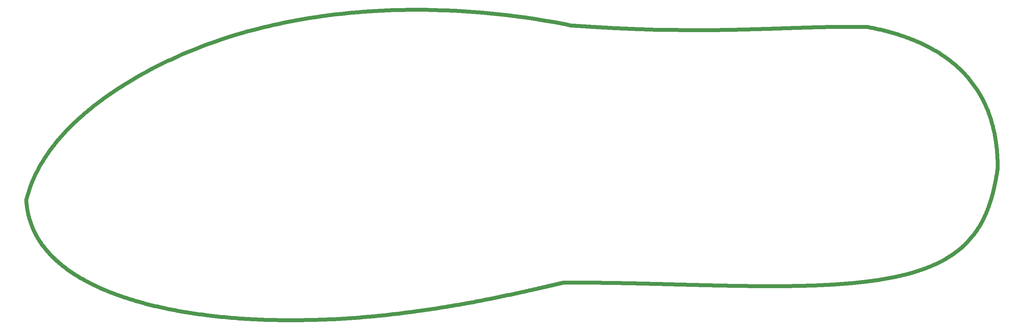
<source format=gm1>
G04*
G04 #@! TF.GenerationSoftware,Altium Limited,Altium Designer,20.0.2 (26)*
G04*
G04 Layer_Color=16711935*
%FSLAX25Y25*%
%MOIN*%
G70*
G01*
G75*
%ADD10C,0.03937*%
D10*
X348179Y419460D02*
G03*
X349130Y418046I76441J50364D01*
G01*
X347255Y420891D02*
G03*
X348179Y419460I76307J48236D01*
G01*
X346359Y422339D02*
G03*
X347255Y420891I76221J46167D01*
G01*
X345491Y423804D02*
G03*
X346359Y422339I76183J44153D01*
G01*
X344651Y425287D02*
G03*
X345491Y423804I76198J42192D01*
G01*
X343575Y427291D02*
G03*
X344651Y425287I76415J39713D01*
G01*
X342803Y428815D02*
G03*
X343575Y427291I76344J37750D01*
G01*
X341819Y430875D02*
G03*
X342803Y428815I76491J35278D01*
G01*
X340665Y433495D02*
G03*
X341819Y430875I76756J32249D01*
G01*
X337401Y442786D02*
G03*
X340665Y433495I78841J22474D01*
G01*
X336237Y447369D02*
G03*
X337401Y442786I80282J17962D01*
G01*
X335635Y450303D02*
G03*
X336237Y447369I81845J15244D01*
G01*
X335226Y452691D02*
G03*
X335635Y450303I83266J13046D01*
G01*
X334962Y454504D02*
G03*
X335226Y452691I84518J11388D01*
G01*
X334735Y456338D02*
G03*
X334962Y454504I85738J9687D01*
G01*
X334545Y458192D02*
G03*
X334735Y456338I87056J7961D01*
G01*
X334252Y462598D02*
G03*
X334352Y460696I90535J3798D01*
G01*
X338443Y475974D02*
G03*
X334252Y462598I129913J-48046D01*
G01*
X339852Y479627D02*
G03*
X338443Y475974I129853J-52192D01*
G01*
X340967Y482320D02*
G03*
X339852Y479627I130098J-55431D01*
G01*
X775924Y656323D02*
G03*
X761596Y656959I-42029J-784772D01*
G01*
X826644Y651977D02*
G03*
X775924Y656323I-93489J-792927D01*
G01*
X844056Y649729D02*
G03*
X826644Y651977I-110339J-786199D01*
G01*
X1291696Y596376D02*
G03*
X1290099Y597878I-85588J-89314D01*
G01*
X1293400Y594710D02*
G03*
X1291696Y596376I-86385J-86703D01*
G01*
X1295203Y592875D02*
G03*
X1293400Y594710I-87292J-83968D01*
G01*
X1297360Y590573D02*
G03*
X1295203Y592875I-88532J-80784D01*
G01*
X1299833Y587775D02*
G03*
X1297360Y590573I-90079J-77143D01*
G01*
X1308869Y575738D02*
G03*
X1299833Y587775I-97764J-63972D01*
G01*
X1312059Y570575D02*
G03*
X1308869Y575738I-101376J-59073D01*
G01*
X1313888Y567320D02*
G03*
X1312059Y570575I-104276J-56445D01*
G01*
X1315263Y564702D02*
G03*
X1313888Y567320I-106711J-54401D01*
G01*
X1316407Y562398D02*
G03*
X1315263Y564702I-108934J-52649D01*
G01*
X1317423Y560243D02*
G03*
X1316407Y562398I-111077J-51039D01*
G01*
X1318320Y558244D02*
G03*
X1317423Y560243I-113149J-49580D01*
G01*
X1307680Y429022D02*
G03*
X1308799Y430630I-76523J54406D01*
G01*
X1306140Y426919D02*
G03*
X1307680Y429022I-74128J55900D01*
G01*
X1298963Y418511D02*
G03*
X1306140Y426919I-65710J63354D01*
G01*
X1296417Y415971D02*
G03*
X1298963Y418511I-63537J66261D01*
G01*
X1294738Y414401D02*
G03*
X1296416Y415971I-62527J68527D01*
G01*
X1293510Y413300D02*
G03*
X1294738Y414401I-61998J70392D01*
G01*
X518223Y343795D02*
X520314Y343533D01*
X516133Y344065D02*
X518223Y343795D01*
X514045Y344342D02*
X516133Y344065D01*
X511958Y344627D02*
X514045Y344342D01*
X509873Y344920D02*
X511958Y344627D01*
X507789Y345220D02*
X509873Y344920D01*
X505707Y345528D02*
X507789Y345220D01*
X503628Y345845D02*
X505707Y345528D01*
X501550Y346169D02*
X503628Y345845D01*
X499475Y346501D02*
X501550Y346169D01*
X497402Y346842D02*
X499475Y346501D01*
X495333Y347191D02*
X497402Y346842D01*
X493265Y347548D02*
X495333Y347191D01*
X491201Y347914D02*
X493265Y347548D01*
X489140Y348288D02*
X491201Y347914D01*
X487082Y348670D02*
X489140Y348288D01*
X485028Y349061D02*
X487082Y348670D01*
X482977Y349461D02*
X485028Y349061D01*
X480930Y349869D02*
X482977Y349461D01*
X478887Y350287D02*
X480930Y349869D01*
X476847Y350713D02*
X478887Y350287D01*
X474812Y351148D02*
X476847Y350713D01*
X473458Y351443D02*
X474812Y351148D01*
X472105Y351742D02*
X473458Y351443D01*
X470755Y352045D02*
X472105Y351742D01*
X469407Y352352D02*
X470755Y352045D01*
X468061Y352664D02*
X469407Y352352D01*
X466717Y352979D02*
X468061Y352664D01*
X465375Y353299D02*
X466717Y352979D01*
X464036Y353623D02*
X465375Y353299D01*
X462699Y353951D02*
X464036Y353623D01*
X461365Y354283D02*
X462699Y353951D01*
X460033Y354619D02*
X461365Y354283D01*
X458704Y354960D02*
X460033Y354619D01*
X457377Y355305D02*
X458704Y354960D01*
X456053Y355654D02*
X457377Y355305D01*
X454732Y356008D02*
X456053Y355654D01*
X453414Y356366D02*
X454732Y356008D01*
X452098Y356729D02*
X453414Y356366D01*
X450786Y357095D02*
X452098Y356729D01*
X449476Y357467D02*
X450786Y357095D01*
X448170Y357843D02*
X449476Y357467D01*
X446867Y358223D02*
X448170Y357843D01*
X445566Y358608D02*
X446867Y358223D01*
X444270Y358997D02*
X445566Y358608D01*
X442976Y359391D02*
X444270Y358997D01*
X441686Y359789D02*
X442976Y359391D01*
X440399Y360193D02*
X441686Y359789D01*
X439116Y360600D02*
X440399Y360193D01*
X437836Y361013D02*
X439116Y360600D01*
X436560Y361430D02*
X437836Y361013D01*
X435287Y361852D02*
X436560Y361430D01*
X434018Y362279D02*
X435287Y361852D01*
X432753Y362710D02*
X434018Y362279D01*
X431492Y363146D02*
X432753Y362710D01*
X430235Y363587D02*
X431492Y363146D01*
X428982Y364033D02*
X430235Y363587D01*
X427733Y364483D02*
X428982Y364033D01*
X426488Y364939D02*
X427733Y364483D01*
X425247Y365400D02*
X426488Y364939D01*
X424011Y365865D02*
X425247Y365400D01*
X422779Y366336D02*
X424011Y365865D01*
X421551Y366811D02*
X422779Y366336D01*
X420328Y367291D02*
X421551Y366811D01*
X419110Y367777D02*
X420328Y367291D01*
X417897Y368268D02*
X419110Y367777D01*
X416688Y368764D02*
X417897Y368268D01*
X415484Y369265D02*
X416688Y368764D01*
X414285Y369771D02*
X415484Y369265D01*
X413091Y370282D02*
X414285Y369771D01*
X411902Y370799D02*
X413091Y370282D01*
X410718Y371321D02*
X411902Y370799D01*
X409540Y371848D02*
X410718Y371321D01*
X408367Y372381D02*
X409540Y371848D01*
X407199Y372919D02*
X408367Y372381D01*
X406037Y373462D02*
X407199Y372919D01*
X404881Y374011D02*
X406037Y373462D01*
X403730Y374565D02*
X404881Y374011D01*
X402585Y375125D02*
X403730Y374565D01*
X401445Y375690D02*
X402585Y375125D01*
X400312Y376261D02*
X401445Y375690D01*
X399184Y376837D02*
X400312Y376261D01*
X398062Y377419D02*
X399184Y376837D01*
X396947Y378006D02*
X398062Y377419D01*
X395838Y378599D02*
X396947Y378006D01*
X394735Y379198D02*
X395838Y378599D01*
X393638Y379803D02*
X394735Y379198D01*
X392548Y380413D02*
X393638Y379803D01*
X391464Y381029D02*
X392548Y380413D01*
X390387Y381651D02*
X391464Y381029D01*
X389317Y382278D02*
X390387Y381651D01*
X388254Y382912D02*
X389317Y382278D01*
X387198Y383551D02*
X388254Y382912D01*
X386148Y384197D02*
X387198Y383551D01*
X385106Y384848D02*
X386148Y384197D01*
X384071Y385506D02*
X385106Y384848D01*
X383044Y386169D02*
X384071Y385506D01*
X382024Y386838D02*
X383044Y386169D01*
X381012Y387514D02*
X382024Y386838D01*
X380007Y388196D02*
X381012Y387514D01*
X379010Y388884D02*
X380007Y388196D01*
X378020Y389578D02*
X379010Y388884D01*
X377039Y390278D02*
X378020Y389578D01*
X376066Y390985D02*
X377039Y390278D01*
X375101Y391698D02*
X376066Y390985D01*
X374144Y392417D02*
X375101Y391698D01*
X373195Y393143D02*
X374144Y392417D01*
X372255Y393875D02*
X373195Y393143D01*
X371323Y394613D02*
X372255Y393875D01*
X370400Y395358D02*
X371323Y394613D01*
X369486Y396109D02*
X370400Y395358D01*
X368580Y396867D02*
X369486Y396109D01*
X367684Y397632D02*
X368580Y396867D01*
X366796Y398403D02*
X367684Y397632D01*
X365918Y399181D02*
X366796Y398403D01*
X365048Y399965D02*
X365918Y399181D01*
X364188Y400757D02*
X365048Y399965D01*
X363338Y401554D02*
X364188Y400757D01*
X362497Y402359D02*
X363338Y401554D01*
X361666Y403170D02*
X362497Y402359D01*
X360844Y403989D02*
X361666Y403170D01*
X360032Y404814D02*
X360844Y403989D01*
X359231Y405646D02*
X360032Y404814D01*
X358439Y406486D02*
X359231Y405646D01*
X357658Y407332D02*
X358439Y406486D01*
X356888Y408185D02*
X357658Y407332D01*
X356127Y409045D02*
X356888Y408185D01*
X355378Y409912D02*
X356127Y409045D01*
X354639Y410787D02*
X355378Y409912D01*
X353911Y411669D02*
X354639Y410787D01*
X353194Y412558D02*
X353911Y411669D01*
X352488Y413454D02*
X353194Y412558D01*
X351793Y414358D02*
X352488Y413454D01*
X351110Y415269D02*
X351793Y414358D01*
X350438Y416187D02*
X351110Y415269D01*
X349778Y417113D02*
X350438Y416187D01*
X349130Y418046D02*
X349778Y417113D01*
X348179Y419460D02*
Y419460D01*
X346359Y422339D02*
Y422339D01*
X345491Y423804D02*
X345491D01*
X344651Y425287D02*
X344651D01*
X343575Y427291D02*
X343575D01*
X342803Y428815D02*
X342803D01*
X341819Y430875D02*
X341819Y430875D01*
X340665Y433495D02*
Y433495D01*
X337401Y442786D02*
X337401D01*
X335635Y450303D02*
Y450303D01*
X335226Y452691D02*
X335226Y452691D01*
X334962Y454504D02*
X334962D01*
X334735Y456338D02*
Y456338D01*
X334545Y458192D02*
Y458192D01*
X334440Y459440D02*
X334545Y458192D01*
X334352Y460696D02*
X334440Y459440D01*
X338443Y475974D02*
X338443D01*
X339852Y479627D02*
X339852D01*
X340967Y482320D02*
Y482320D01*
Y482320D02*
X341932Y484535D01*
X342931Y486724D01*
X343753Y488456D01*
X344594Y490173D01*
X345456Y491874D01*
X346559Y493979D01*
X347693Y496060D01*
X348620Y497709D01*
X349566Y499343D01*
X350529Y500962D01*
X351510Y502568D01*
X352257Y503764D01*
X353014Y504951D01*
X353781Y506132D01*
X354557Y507304D01*
X355342Y508470D01*
X356136Y509628D01*
X356940Y510779D01*
X357752Y511924D01*
X358573Y513061D01*
X359403Y514192D01*
X360241Y515316D01*
X361088Y516433D01*
X361943Y517544D01*
X362806Y518648D01*
X363678Y519747D01*
X364558Y520839D01*
X365445Y521924D01*
X366341Y523004D01*
X367245Y524078D01*
X368156Y525146D01*
X369075Y526207D01*
X370002Y527264D01*
X370936Y528314D01*
X371878Y529359D01*
X372828Y530398D01*
X373784Y531431D01*
X374748Y532460D01*
X375719Y533483D01*
X376698Y534500D01*
X377354Y535176D01*
X378013Y535849D01*
X378675Y536520D01*
X379341Y537189D01*
X380009Y537855D01*
X381017Y538851D01*
X382032Y539842D01*
X383054Y540828D01*
X384082Y541809D01*
X385117Y542786D01*
X386159Y543758D01*
X387207Y544725D01*
X388262Y545687D01*
X389323Y546645D01*
X390391Y547599D01*
X391465Y548548D01*
X392545Y549493D01*
X393632Y550433D01*
X394725Y551369D01*
X395824Y552301D01*
X396929Y553229D01*
X398041Y554152D01*
X399159Y555072D01*
X400282Y555987D01*
X401412Y556898D01*
X402548Y557806D01*
X404072Y559010D01*
X405606Y560207D01*
X407151Y561397D01*
X408707Y562580D01*
X410273Y563757D01*
X411849Y564927D01*
X413436Y566090D01*
X415033Y567247D01*
X416641Y568398D01*
X418259Y569542D01*
X419480Y570396D01*
X420706Y571246D01*
X421938Y572093D01*
X423176Y572937D01*
X424419Y573777D01*
X425669Y574614D01*
X426924Y575447D01*
X429029Y576828D01*
X431149Y578200D01*
X433286Y579563D01*
X435439Y580916D01*
X437608Y582261D01*
X439793Y583596D01*
X441995Y584922D01*
X444213Y586238D01*
X446447Y587546D01*
X448698Y588845D01*
X450965Y590135D01*
X453248Y591415D01*
X456473Y593193D01*
X460667Y595453D01*
X464441Y597438D01*
X468259Y599399D01*
X472121Y601336D01*
X475537Y603012D01*
X478987Y604669D01*
X482472Y606309D01*
X487511Y608618D01*
X493653Y611339D01*
X499378Y613783D01*
X504660Y615962D01*
X509479Y617889D01*
X514361Y619781D01*
X520414Y622048D01*
X526562Y624261D01*
X532808Y626419D01*
X538572Y628333D01*
X543829Y630015D01*
X549155Y631657D01*
X555152Y633434D01*
X560623Y634991D01*
X566163Y636504D01*
X571773Y637975D01*
X577454Y639401D01*
X582564Y640630D01*
X587730Y641822D01*
X592953Y642978D01*
X598233Y644095D01*
X603570Y645173D01*
X608964Y646211D01*
X614416Y647209D01*
X619925Y648166D01*
X625491Y649080D01*
X631114Y649952D01*
X636795Y650779D01*
X641813Y651467D01*
X646874Y652120D01*
X651978Y652739D01*
X657125Y653321D01*
X662315Y653867D01*
X668298Y654446D01*
X674335Y654977D01*
X680427Y655458D01*
X686572Y655889D01*
X691993Y656223D01*
X698237Y656558D01*
X704531Y656839D01*
X711672Y657093D01*
X718874Y657278D01*
X726946Y657402D01*
X735090Y657439D01*
X742479Y657397D01*
X750751Y657266D01*
X761596Y656959D01*
X761596D02*
X761596D01*
X844056Y649729D02*
X855395Y648053D01*
X864116Y646648D01*
X871088Y645452D01*
X877180Y644351D01*
X882394Y643369D01*
X887599Y642350D01*
X892793Y641294D01*
X893113Y641273D01*
X893433Y641251D01*
X893754Y641230D01*
X894074Y641208D01*
X894394Y641187D01*
X894714Y641165D01*
X895034Y641144D01*
X895354Y641122D01*
X895675Y641101D01*
X895995Y641080D01*
X896315Y641058D01*
X896636Y641037D01*
X896956Y641016D01*
X897276Y640995D01*
X897597Y640973D01*
X897917Y640952D01*
X898238Y640931D01*
X898558Y640910D01*
X898879Y640889D01*
X899199Y640868D01*
X899520Y640846D01*
X899840Y640825D01*
X900161Y640804D01*
X900481Y640783D01*
X901122Y640741D01*
X901764Y640699D01*
X902405Y640658D01*
X903046Y640616D01*
X903688Y640575D01*
X904329Y640533D01*
X904971Y640492D01*
X905613Y640451D01*
X906254Y640410D01*
X906896Y640369D01*
X907538Y640328D01*
X908180Y640287D01*
X908822Y640246D01*
X909464Y640206D01*
X910106Y640166D01*
X910749Y640125D01*
X911391Y640085D01*
X912033Y640045D01*
X912675Y640006D01*
X913318Y639966D01*
X913960Y639927D01*
X914603Y639887D01*
X915246Y639848D01*
X915888Y639809D01*
X916531Y639770D01*
X917174Y639731D01*
X917816Y639693D01*
X918459Y639654D01*
X919102Y639616D01*
X919745Y639578D01*
X920388Y639540D01*
X921031Y639502D01*
X921674Y639465D01*
X922317Y639428D01*
X922960Y639390D01*
X923604Y639353D01*
X924247Y639316D01*
X924890Y639280D01*
X925534Y639243D01*
X926177Y639207D01*
X926820Y639171D01*
X927464Y639135D01*
X928107Y639099D01*
X928751Y639064D01*
X929394Y639028D01*
X930038Y638993D01*
X930682Y638958D01*
X931325Y638924D01*
X931969Y638889D01*
X932613Y638855D01*
X934544Y638753D01*
X936475Y638654D01*
X938407Y638556D01*
X940339Y638460D01*
X942271Y638366D01*
X944203Y638275D01*
X946135Y638185D01*
X948067Y638097D01*
X949999Y638012D01*
X951931Y637929D01*
X953864Y637848D01*
X955795Y637769D01*
X957727Y637692D01*
X959659Y637617D01*
X961590Y637545D01*
X963521Y637475D01*
X965452Y637407D01*
X967383Y637342D01*
X969313Y637279D01*
X971243Y637219D01*
X973172Y637160D01*
X980565Y636959D01*
X993078Y636699D01*
X1013213Y636489D01*
X1015124Y636482D01*
X1017034Y636478D01*
X1018942Y636476D01*
X1020849Y636476D01*
X1022755Y636478D01*
X1024342Y636482D01*
X1025928Y636486D01*
X1027513Y636493D01*
X1029097Y636501D01*
X1030679Y636510D01*
X1032261Y636521D01*
X1033841Y636533D01*
X1035420Y636546D01*
X1036998Y636561D01*
X1038574Y636577D01*
X1040150Y636594D01*
X1041724Y636613D01*
X1043297Y636633D01*
X1044868Y636654D01*
X1046438Y636676D01*
X1048006Y636700D01*
X1049574Y636725D01*
X1051139Y636751D01*
X1052703Y636778D01*
X1053329Y636789D01*
X1054266Y636806D01*
X1055203Y636824D01*
X1056139Y636842D01*
X1057075Y636860D01*
X1058010Y636879D01*
X1058945Y636898D01*
X1059879Y636917D01*
X1060812Y636937D01*
X1061745Y636957D01*
X1062367Y636971D01*
X1062988Y636985D01*
X1063609Y636999D01*
X1064230Y637013D01*
X1064850Y637027D01*
X1065471Y637042D01*
X1066090Y637056D01*
X1066710Y637071D01*
X1067330Y637086D01*
X1067949Y637101D01*
X1068567Y637116D01*
X1069186Y637131D01*
X1069804Y637146D01*
X1070422Y637162D01*
X1071040Y637177D01*
X1071657Y637193D01*
X1072274Y637209D01*
X1072891Y637225D01*
X1073507Y637241D01*
X1074124Y637257D01*
X1074739Y637274D01*
X1075355Y637290D01*
X1075970Y637307D01*
X1076585Y637324D01*
X1077200Y637341D01*
X1077814Y637358D01*
X1078428Y637375D01*
X1079042Y637392D01*
X1079655Y637409D01*
X1080268Y637426D01*
X1080881Y637444D01*
X1081494Y637461D01*
X1082106Y637479D01*
X1082718Y637497D01*
X1083329Y637515D01*
X1083940Y637533D01*
X1084551Y637551D01*
X1085161Y637569D01*
X1085772Y637587D01*
X1086381Y637605D01*
X1086991Y637624D01*
X1087600Y637642D01*
X1088209Y637661D01*
X1088817Y637679D01*
X1089425Y637698D01*
X1089729Y637707D01*
X1090033Y637717D01*
X1090337Y637726D01*
X1090640Y637736D01*
X1090944Y637745D01*
X1091247Y637754D01*
X1091551Y637764D01*
X1091854Y637773D01*
X1092157Y637783D01*
X1092461Y637792D01*
X1092764Y637802D01*
X1093067Y637812D01*
X1093369Y637821D01*
X1093672Y637831D01*
X1093975Y637840D01*
X1094277Y637850D01*
X1094580Y637859D01*
X1094882Y637869D01*
X1095185Y637879D01*
X1095487Y637888D01*
X1095789Y637898D01*
X1096091Y637908D01*
X1096393Y637918D01*
X1096695Y637927D01*
X1096997Y637937D01*
X1097299Y637947D01*
X1097600Y637956D01*
X1097902Y637966D01*
X1098203Y637976D01*
X1098504Y637986D01*
X1098806Y637995D01*
X1099107Y638005D01*
X1099408Y638015D01*
X1099709Y638025D01*
X1100009Y638035D01*
X1100310Y638044D01*
X1100611Y638054D01*
X1100911Y638064D01*
X1101212Y638074D01*
X1101512Y638084D01*
X1101812Y638094D01*
X1102113Y638103D01*
X1102413Y638113D01*
X1102713Y638123D01*
X1103013Y638133D01*
X1103312Y638143D01*
X1103612Y638153D01*
X1103912Y638163D01*
X1104211Y638173D01*
X1104511Y638183D01*
X1104810Y638193D01*
X1105109Y638202D01*
X1105408Y638212D01*
X1105707Y638222D01*
X1106006Y638232D01*
X1106305Y638242D01*
X1106604Y638252D01*
X1106902Y638262D01*
X1107201Y638272D01*
X1107499Y638282D01*
X1107798Y638292D01*
X1108096Y638302D01*
X1108394Y638312D01*
X1108692Y638321D01*
X1108990Y638331D01*
X1109288Y638341D01*
X1109585Y638351D01*
X1109883Y638361D01*
X1110180Y638371D01*
X1110478Y638381D01*
X1110775Y638391D01*
X1111072Y638401D01*
X1111370Y638411D01*
X1111666Y638421D01*
X1111963Y638431D01*
X1112260Y638440D01*
X1112557Y638450D01*
X1112853Y638460D01*
X1113150Y638470D01*
X1113446Y638480D01*
X1113743Y638490D01*
X1114039Y638500D01*
X1114335Y638510D01*
X1114631Y638519D01*
X1114927Y638529D01*
X1115222Y638539D01*
X1115518Y638549D01*
X1115813Y638559D01*
X1116109Y638569D01*
X1116404Y638578D01*
X1116699Y638588D01*
X1116994Y638598D01*
X1117289Y638608D01*
X1117584Y638618D01*
X1117879Y638627D01*
X1118174Y638637D01*
X1118468Y638647D01*
X1118763Y638657D01*
X1119057Y638666D01*
X1119351Y638676D01*
X1119645Y638686D01*
X1119940Y638695D01*
X1120233Y638705D01*
X1120527Y638715D01*
X1120821Y638724D01*
X1121114Y638734D01*
X1121408Y638744D01*
X1121701Y638753D01*
X1121994Y638763D01*
X1122288Y638772D01*
X1122581Y638782D01*
X1122873Y638792D01*
X1123166Y638801D01*
X1123459Y638811D01*
X1123752Y638820D01*
X1124044Y638830D01*
X1124336Y638839D01*
X1124629Y638848D01*
X1124921Y638858D01*
X1125213Y638867D01*
X1125504Y638877D01*
X1125796Y638886D01*
X1126088Y638896D01*
X1126379Y638905D01*
X1126671Y638914D01*
X1126962Y638924D01*
X1127253Y638933D01*
X1127544Y638942D01*
X1127835Y638951D01*
X1128126Y638961D01*
X1128708Y638979D01*
X1128998Y638988D01*
X1129289Y638997D01*
X1129579Y639007D01*
X1129869Y639016D01*
X1130159Y639025D01*
X1130449Y639034D01*
X1130739Y639043D01*
X1131028Y639052D01*
X1131318Y639061D01*
X1131607Y639070D01*
X1131897Y639079D01*
X1132186Y639088D01*
X1132475Y639097D01*
X1132764Y639106D01*
X1133053Y639114D01*
X1133342Y639123D01*
X1133630Y639132D01*
X1133919Y639141D01*
X1134207Y639150D01*
X1134495Y639158D01*
X1134783Y639167D01*
X1135071Y639176D01*
X1135359Y639184D01*
X1135647Y639193D01*
X1135935Y639201D01*
X1136222Y639210D01*
X1136509Y639218D01*
X1136797Y639227D01*
X1137084Y639235D01*
X1137371Y639244D01*
X1137658Y639252D01*
X1137944Y639260D01*
X1138231Y639269D01*
X1138518Y639277D01*
X1138804Y639285D01*
X1139090Y639294D01*
X1139376Y639302D01*
X1139662Y639310D01*
X1139948Y639318D01*
X1140234Y639326D01*
X1140520Y639334D01*
X1140805Y639342D01*
X1141091Y639350D01*
X1141376Y639358D01*
X1141661Y639366D01*
X1141946Y639374D01*
X1142231Y639382D01*
X1142516Y639390D01*
X1142800Y639398D01*
X1143085Y639405D01*
X1143369Y639413D01*
X1143653Y639421D01*
X1143937Y639428D01*
X1144221Y639436D01*
X1144505Y639443D01*
X1144789Y639451D01*
X1145073Y639458D01*
X1145356Y639466D01*
X1145639Y639473D01*
X1145922Y639481D01*
X1146206Y639488D01*
X1146488Y639495D01*
X1146771Y639502D01*
X1147054Y639509D01*
X1147619Y639524D01*
X1148183Y639538D01*
X1148747Y639552D01*
X1149311Y639565D01*
X1149874Y639579D01*
X1150436Y639592D01*
X1150998Y639605D01*
X1151559Y639618D01*
X1152119Y639631D01*
X1152680Y639643D01*
X1153239Y639656D01*
X1153798Y639668D01*
X1154357Y639680D01*
X1154915Y639692D01*
X1155472Y639703D01*
X1156029Y639714D01*
X1156585Y639726D01*
X1157141Y639737D01*
X1157696Y639747D01*
X1158251Y639758D01*
X1158805Y639768D01*
X1159358Y639778D01*
X1159911Y639787D01*
X1160463Y639797D01*
X1161015Y639806D01*
X1161566Y639815D01*
X1162117Y639824D01*
X1162667Y639833D01*
X1163216Y639841D01*
X1163765Y639849D01*
X1164314Y639857D01*
X1164861Y639864D01*
X1165408Y639872D01*
X1165955Y639879D01*
X1166501Y639885D01*
X1167046Y639892D01*
X1167591Y639898D01*
X1168135Y639904D01*
X1168679Y639910D01*
X1169222Y639915D01*
X1169764Y639920D01*
X1170306Y639925D01*
X1170847Y639929D01*
X1171388Y639933D01*
X1171928Y639937D01*
X1172467Y639941D01*
X1173006Y639944D01*
X1173544Y639947D01*
X1174081Y639950D01*
X1174618Y639952D01*
X1175155Y639955D01*
X1175690Y639956D01*
X1176225Y639958D01*
X1176760Y639959D01*
X1177293Y639960D01*
X1177827Y639960D01*
X1178359Y639960D01*
X1178891Y639960D01*
X1179422Y639960D01*
X1179953Y639959D01*
X1180483Y639958D01*
X1181012Y639956D01*
X1181541Y639955D01*
X1182069Y639952D01*
X1182596Y639950D01*
X1183123Y639947D01*
X1183649Y639944D01*
X1184175Y639940D01*
X1184700Y639936D01*
X1185224Y639932D01*
X1185747Y639927D01*
X1186270Y639922D01*
X1186792Y639917D01*
X1187314Y639911D01*
X1187835Y639905D01*
X1188355Y639898D01*
X1188875Y639891D01*
X1189394Y639884D01*
X1189912Y639876D01*
X1190429Y639868D01*
X1190946Y639859D01*
X1191462Y639851D01*
X1191978Y639841D01*
X1192493Y639831D01*
X1193007Y639821D01*
X1193520Y639811D01*
X1194033Y639800D01*
X1194545Y639789D01*
X1195057Y639777D01*
X1195567Y639765D01*
X1196077Y639752D01*
X1196841Y639732D01*
X1198173Y639480D01*
X1199498Y639222D01*
X1200816Y638960D01*
X1202127Y638694D01*
X1203432Y638422D01*
X1204731Y638146D01*
X1206022Y637865D01*
X1207307Y637579D01*
X1208585Y637289D01*
X1209857Y636993D01*
X1211121Y636693D01*
X1212380Y636389D01*
X1213631Y636079D01*
X1214876Y635765D01*
X1216114Y635446D01*
X1217346Y635122D01*
X1218571Y634794D01*
X1219789Y634461D01*
X1221000Y634123D01*
X1222205Y633780D01*
X1223403Y633433D01*
X1224594Y633081D01*
X1225779Y632724D01*
X1226957Y632362D01*
X1228129Y631996D01*
X1229293Y631625D01*
X1230451Y631249D01*
X1231603Y630868D01*
X1232747Y630483D01*
X1233885Y630093D01*
X1235017Y629698D01*
X1236141Y629298D01*
X1237259Y628894D01*
X1238371Y628485D01*
X1239476Y628071D01*
X1240574Y627653D01*
X1241665Y627230D01*
X1242749Y626802D01*
X1243827Y626369D01*
X1244899Y625932D01*
X1245963Y625489D01*
X1247021Y625042D01*
X1248073Y624591D01*
X1249117Y624134D01*
X1250155Y623673D01*
X1251186Y623207D01*
X1252211Y622737D01*
X1253229Y622261D01*
X1254240Y621781D01*
X1255244Y621296D01*
X1256242Y620807D01*
X1257234Y620312D01*
X1258218Y619813D01*
X1259196Y619309D01*
X1260167Y618801D01*
X1261324Y618184D01*
X1262471Y617561D01*
X1263608Y616931D01*
X1264736Y616294D01*
X1265854Y615650D01*
X1266962Y614999D01*
X1268061Y614341D01*
X1269151Y613677D01*
X1270230Y613006D01*
X1271300Y612328D01*
X1272361Y611643D01*
X1273412Y610952D01*
X1274625Y610136D01*
X1275826Y609311D01*
X1277014Y608477D01*
X1278189Y607634D01*
X1279350Y606781D01*
X1280499Y605919D01*
X1281795Y604922D01*
X1283074Y603914D01*
X1284337Y602893D01*
X1285736Y601730D01*
X1287115Y600552D01*
X1288620Y599225D01*
X1290099Y597878D01*
X1290099D02*
X1290099D01*
X1297360Y590573D02*
X1297360D01*
X1299833Y587775D02*
X1299833Y587775D01*
X1312059Y570575D02*
Y570575D01*
X1313888Y567320D02*
Y567320D01*
X1318320Y558244D02*
X1318320D01*
X1318320D02*
X1319108Y556407D01*
X1319794Y554737D01*
X1320458Y553052D01*
X1321101Y551352D01*
X1321654Y549827D01*
X1322190Y548290D01*
X1322709Y546742D01*
X1323149Y545377D01*
X1323576Y544002D01*
X1323990Y542619D01*
X1324391Y541226D01*
X1324779Y539823D01*
X1325154Y538412D01*
X1325464Y537194D01*
X1325766Y535970D01*
X1326057Y534739D01*
X1326339Y533502D01*
X1326611Y532257D01*
X1326874Y531006D01*
X1327127Y529747D01*
X1327371Y528482D01*
X1327605Y527210D01*
X1327829Y525932D01*
X1328043Y524646D01*
X1328215Y523570D01*
X1328380Y522488D01*
X1328538Y521402D01*
X1328690Y520312D01*
X1328835Y519216D01*
X1328973Y518116D01*
X1329104Y517011D01*
X1329229Y515901D01*
X1329347Y514787D01*
X1329459Y513668D01*
X1329563Y512544D01*
X1329661Y511415D01*
X1329753Y510282D01*
X1329838Y509143D01*
X1329916Y508001D01*
X1329987Y506853D01*
X1330052Y505700D01*
X1330110Y504543D01*
X1330161Y503382D01*
X1330206Y502215D01*
X1330244Y501044D01*
X1330276Y499868D01*
X1330300Y498687D01*
X1330318Y497501D01*
X1330330Y496311D01*
X1330334Y494876D01*
X1330274Y494458D02*
X1330334Y494876D01*
X1330214Y494040D02*
X1330274Y494458D01*
X1330153Y493623D02*
X1330214Y494040D01*
X1330092Y493207D02*
X1330153Y493623D01*
X1330031Y492792D02*
X1330092Y493207D01*
X1329968Y492378D02*
X1330031Y492792D01*
X1329906Y491964D02*
X1329968Y492378D01*
X1329843Y491552D02*
X1329906Y491964D01*
X1329715Y490729D02*
X1329843Y491552D01*
X1329586Y489909D02*
X1329715Y490729D01*
X1329455Y489093D02*
X1329586Y489909D01*
X1329322Y488279D02*
X1329455Y489093D01*
X1329187Y487470D02*
X1329322Y488279D01*
X1329051Y486663D02*
X1329187Y487470D01*
X1328912Y485860D02*
X1329051Y486663D01*
X1328771Y485060D02*
X1328912Y485860D01*
X1328629Y484263D02*
X1328771Y485060D01*
X1328484Y483470D02*
X1328629Y484263D01*
X1328337Y482679D02*
X1328484Y483470D01*
X1328188Y481892D02*
X1328337Y482679D01*
X1328037Y481109D02*
X1328188Y481892D01*
X1327884Y480328D02*
X1328037Y481109D01*
X1327729Y479551D02*
X1327884Y480328D01*
X1327572Y478777D02*
X1327729Y479551D01*
X1327413Y478007D02*
X1327572Y478777D01*
X1327251Y477239D02*
X1327413Y478007D01*
X1327087Y476475D02*
X1327251Y477239D01*
X1326921Y475714D02*
X1327087Y476475D01*
X1326753Y474957D02*
X1326921Y475714D01*
X1326583Y474202D02*
X1326753Y474957D01*
X1326410Y473451D02*
X1326583Y474202D01*
X1326234Y472703D02*
X1326410Y473451D01*
X1326057Y471958D02*
X1326234Y472703D01*
X1325877Y471217D02*
X1326057Y471958D01*
X1325695Y470479D02*
X1325877Y471217D01*
X1325510Y469744D02*
X1325695Y470479D01*
X1325323Y469012D02*
X1325510Y469744D01*
X1325133Y468283D02*
X1325323Y469012D01*
X1324941Y467558D02*
X1325133Y468283D01*
X1324747Y466836D02*
X1324941Y467558D01*
X1324550Y466117D02*
X1324747Y466836D01*
X1324350Y465402D02*
X1324550Y466117D01*
X1324148Y464689D02*
X1324350Y465402D01*
X1323944Y463980D02*
X1324148Y464689D01*
X1323736Y463274D02*
X1323944Y463980D01*
X1323526Y462571D02*
X1323736Y463274D01*
X1323314Y461871D02*
X1323526Y462571D01*
X1323099Y461175D02*
X1323314Y461871D01*
X1322881Y460482D02*
X1323099Y461175D01*
X1322661Y459792D02*
X1322881Y460482D01*
X1322438Y459105D02*
X1322661Y459792D01*
X1322212Y458421D02*
X1322438Y459105D01*
X1321984Y457741D02*
X1322212Y458421D01*
X1321752Y457063D02*
X1321984Y457741D01*
X1321519Y456389D02*
X1321752Y457063D01*
X1321282Y455718D02*
X1321519Y456389D01*
X1321042Y455051D02*
X1321282Y455718D01*
X1320800Y454386D02*
X1321042Y455051D01*
X1320555Y453724D02*
X1320800Y454386D01*
X1320307Y453066D02*
X1320555Y453724D01*
X1320056Y452411D02*
X1320307Y453066D01*
X1319802Y451759D02*
X1320056Y452411D01*
X1319545Y451110D02*
X1319802Y451759D01*
X1319286Y450465D02*
X1319545Y451110D01*
X1319023Y449822D02*
X1319286Y450465D01*
X1318758Y449183D02*
X1319023Y449822D01*
X1318489Y448547D02*
X1318758Y449183D01*
X1318218Y447913D02*
X1318489Y448547D01*
X1317944Y447283D02*
X1318218Y447913D01*
X1317526Y446344D02*
X1317944Y447283D01*
X1317102Y445412D02*
X1317526Y446344D01*
X1316671Y444487D02*
X1317102Y445412D01*
X1316233Y443569D02*
X1316671Y444487D01*
X1315788Y442658D02*
X1316233Y443569D01*
X1315336Y441754D02*
X1315788Y442658D01*
X1314877Y440857D02*
X1315336Y441754D01*
X1314411Y439967D02*
X1314877Y440857D01*
X1313937Y439084D02*
X1314411Y439967D01*
X1313457Y438207D02*
X1313937Y439084D01*
X1312969Y437338D02*
X1313457Y438207D01*
X1312474Y436476D02*
X1312969Y437338D01*
X1311802Y435336D02*
X1312474Y436476D01*
X1311117Y434209D02*
X1311802Y435336D01*
X1310419Y433094D02*
X1311117Y434209D01*
X1309707Y431992D02*
X1310419Y433094D01*
X1308799Y430630D02*
X1309707Y431992D01*
X1306140Y426919D02*
X1306140D01*
X1296416Y415971D02*
X1296417Y415971D01*
X1294738Y414401D02*
Y414401D01*
X1292259Y412218D02*
X1293510Y413300D01*
X1291241Y411364D02*
X1292259Y412218D01*
X1290208Y410522D02*
X1291241Y411364D01*
X1289160Y409691D02*
X1290208Y410522D01*
X1288096Y408872D02*
X1289160Y409691D01*
X1287017Y408063D02*
X1288096Y408872D01*
X1286198Y407464D02*
X1287017Y408063D01*
X1285370Y406871D02*
X1286198Y407464D01*
X1284533Y406284D02*
X1285370Y406871D01*
X1283688Y405704D02*
X1284533Y406284D01*
X1282834Y405130D02*
X1283688Y405704D01*
X1281971Y404561D02*
X1282834Y405130D01*
X1281099Y403999D02*
X1281971Y404561D01*
X1280218Y403443D02*
X1281099Y403999D01*
X1279329Y402893D02*
X1280218Y403443D01*
X1278431Y402350D02*
X1279329Y402893D01*
X1277524Y401812D02*
X1278431Y402350D01*
X1276608Y401280D02*
X1277524Y401812D01*
X1275992Y400929D02*
X1276608Y401280D01*
X1275373Y400580D02*
X1275992Y400929D01*
X1274749Y400234D02*
X1275373Y400580D01*
X1274122Y399891D02*
X1274749Y400234D01*
X1273491Y399551D02*
X1274122Y399891D01*
X1272855Y399213D02*
X1273491Y399551D01*
X1272216Y398877D02*
X1272855Y399213D01*
X1271573Y398545D02*
X1272216Y398877D01*
X1270925Y398214D02*
X1271573Y398545D01*
X1270274Y397887D02*
X1270925Y398214D01*
X1269619Y397562D02*
X1270274Y397887D01*
X1268960Y397240D02*
X1269619Y397562D01*
X1268297Y396920D02*
X1268960Y397240D01*
X1267630Y396603D02*
X1268297Y396920D01*
X1266959Y396288D02*
X1267630Y396603D01*
X1266283Y395976D02*
X1266959Y396288D01*
X1265604Y395667D02*
X1266283Y395976D01*
X1264921Y395360D02*
X1265604Y395667D01*
X1264234Y395056D02*
X1264921Y395360D01*
X1263543Y394754D02*
X1264234Y395056D01*
X1262848Y394455D02*
X1263543Y394754D01*
X1262149Y394158D02*
X1262848Y394455D01*
X1261446Y393864D02*
X1262149Y394158D01*
X1260739Y393572D02*
X1261446Y393864D01*
X1260028Y393283D02*
X1260739Y393572D01*
X1259313Y392996D02*
X1260028Y393283D01*
X1258594Y392712D02*
X1259313Y392996D01*
X1257871Y392430D02*
X1258594Y392712D01*
X1257144Y392151D02*
X1257871Y392430D01*
X1256413Y391874D02*
X1257144Y392151D01*
X1255678Y391599D02*
X1256413Y391874D01*
X1254939Y391328D02*
X1255678Y391599D01*
X1254196Y391058D02*
X1254939Y391328D01*
X1253449Y390791D02*
X1254196Y391058D01*
X1252698Y390527D02*
X1253449Y390791D01*
X1251943Y390265D02*
X1252698Y390527D01*
X1251184Y390005D02*
X1251943Y390265D01*
X1250420Y389747D02*
X1251184Y390005D01*
X1249653Y389493D02*
X1250420Y389747D01*
X1248882Y389240D02*
X1249653Y389493D01*
X1248107Y388990D02*
X1248882Y389240D01*
X1247328Y388742D02*
X1248107Y388990D01*
X1246545Y388497D02*
X1247328Y388742D01*
X1245758Y388254D02*
X1246545Y388497D01*
X1244967Y388013D02*
X1245758Y388254D01*
X1244172Y387775D02*
X1244967Y388013D01*
X1243373Y387539D02*
X1244172Y387775D01*
X1242570Y387305D02*
X1243373Y387539D01*
X1241763Y387074D02*
X1242570Y387305D01*
X1240952Y386845D02*
X1241763Y387074D01*
X1240137Y386618D02*
X1240952Y386845D01*
X1239318Y386394D02*
X1240137Y386618D01*
X1238496Y386172D02*
X1239318Y386394D01*
X1237669Y385952D02*
X1238496Y386172D01*
X1236838Y385734D02*
X1237669Y385952D01*
X1236003Y385519D02*
X1236838Y385734D01*
X1235165Y385306D02*
X1236003Y385519D01*
X1234322Y385095D02*
X1235165Y385306D01*
X1233475Y384887D02*
X1234322Y385095D01*
X1232625Y384681D02*
X1233475Y384887D01*
X1231770Y384477D02*
X1232625Y384681D01*
X1230912Y384275D02*
X1231770Y384477D01*
X1230049Y384075D02*
X1230912Y384275D01*
X1229183Y383878D02*
X1230049Y384075D01*
X1228312Y383683D02*
X1229183Y383878D01*
X1227438Y383490D02*
X1228312Y383683D01*
X1226560Y383299D02*
X1227438Y383490D01*
X1225678Y383110D02*
X1226560Y383299D01*
X1224792Y382924D02*
X1225678Y383110D01*
X1223902Y382740D02*
X1224792Y382924D01*
X1223008Y382557D02*
X1223902Y382740D01*
X1222111Y382377D02*
X1223008Y382557D01*
X1221209Y382200D02*
X1222111Y382377D01*
X1220304Y382024D02*
X1221209Y382200D01*
X1219394Y381850D02*
X1220304Y382024D01*
X1218481Y381679D02*
X1219394Y381850D01*
X1217564Y381509D02*
X1218481Y381679D01*
X1216643Y381342D02*
X1217564Y381509D01*
X1215718Y381176D02*
X1216643Y381342D01*
X1214790Y381013D02*
X1215718Y381176D01*
X1213857Y380852D02*
X1214790Y381013D01*
X1212921Y380693D02*
X1213857Y380852D01*
X1211981Y380536D02*
X1212921Y380693D01*
X1211037Y380381D02*
X1211981Y380536D01*
X1210089Y380228D02*
X1211037Y380381D01*
X1209137Y380077D02*
X1210089Y380228D01*
X1208182Y379928D02*
X1209137Y380077D01*
X1207223Y379781D02*
X1208182Y379928D01*
X1206260Y379636D02*
X1207223Y379781D01*
X1205293Y379493D02*
X1206260Y379636D01*
X1204322Y379352D02*
X1205293Y379493D01*
X1203348Y379213D02*
X1204322Y379352D01*
X1202370Y379075D02*
X1203348Y379213D01*
X1201388Y378940D02*
X1202370Y379075D01*
X1200402Y378807D02*
X1201388Y378940D01*
X1199413Y378676D02*
X1200402Y378807D01*
X1198420Y378546D02*
X1199413Y378676D01*
X1197423Y378419D02*
X1198420Y378546D01*
X1196422Y378293D02*
X1197423Y378419D01*
X1195418Y378169D02*
X1196422Y378293D01*
X1194410Y378048D02*
X1195418Y378169D01*
X1193399Y377928D02*
X1194410Y378048D01*
X1192383Y377810D02*
X1193399Y377928D01*
X1191364Y377693D02*
X1192383Y377810D01*
X1190342Y377579D02*
X1191364Y377693D01*
X1189316Y377467D02*
X1190342Y377579D01*
X1188286Y377356D02*
X1189316Y377467D01*
X1187252Y377247D02*
X1188286Y377356D01*
X1186215Y377140D02*
X1187252Y377247D01*
X1185174Y377034D02*
X1186215Y377140D01*
X1184130Y376931D02*
X1185174Y377034D01*
X1183082Y376829D02*
X1184130Y376931D01*
X1182031Y376729D02*
X1183082Y376829D01*
X1180976Y376631D02*
X1182031Y376729D01*
X1179917Y376534D02*
X1180976Y376631D01*
X1178855Y376439D02*
X1179917Y376534D01*
X1177789Y376346D02*
X1178855Y376439D01*
X1176720Y376255D02*
X1177789Y376346D01*
X1175647Y376166D02*
X1176720Y376255D01*
X1174571Y376078D02*
X1175647Y376166D01*
X1173491Y375991D02*
X1174571Y376078D01*
X1172408Y375907D02*
X1173491Y375991D01*
X1171321Y375824D02*
X1172408Y375907D01*
X1170231Y375743D02*
X1171321Y375824D01*
X1169138Y375663D02*
X1170231Y375743D01*
X1168040Y375585D02*
X1169138Y375663D01*
X1166940Y375509D02*
X1168040Y375585D01*
X1165836Y375434D02*
X1166940Y375509D01*
X1164729Y375361D02*
X1165836Y375434D01*
X1163618Y375290D02*
X1164729Y375361D01*
X1162504Y375220D02*
X1163618Y375290D01*
X1161387Y375151D02*
X1162504Y375220D01*
X1160266Y375084D02*
X1161387Y375151D01*
X1159142Y375019D02*
X1160266Y375084D01*
X1158014Y374956D02*
X1159142Y375019D01*
X1156884Y374893D02*
X1158014Y374956D01*
X1155750Y374833D02*
X1156884Y374893D01*
X1154613Y374774D02*
X1155750Y374833D01*
X1153472Y374716D02*
X1154613Y374774D01*
X1152328Y374660D02*
X1153472Y374716D01*
X1151181Y374605D02*
X1152328Y374660D01*
X1150031Y374552D02*
X1151181Y374605D01*
X1148878Y374500D02*
X1150031Y374552D01*
X1147721Y374450D02*
X1148878Y374500D01*
X1146561Y374401D02*
X1147721Y374450D01*
X1145398Y374354D02*
X1146561Y374401D01*
X1144232Y374308D02*
X1145398Y374354D01*
X1143063Y374264D02*
X1144232Y374308D01*
X1141890Y374220D02*
X1143063Y374264D01*
X1140715Y374179D02*
X1141890Y374220D01*
X1139536Y374138D02*
X1140715Y374179D01*
X1138355Y374099D02*
X1139536Y374138D01*
X1137170Y374061D02*
X1138355Y374099D01*
X1135982Y374025D02*
X1137170Y374061D01*
X1134791Y373990D02*
X1135982Y374025D01*
X1133597Y373956D02*
X1134791Y373990D01*
X1132401Y373924D02*
X1133597Y373956D01*
X1131201Y373893D02*
X1132401Y373924D01*
X1129998Y373863D02*
X1131201Y373893D01*
X1128792Y373835D02*
X1129998Y373863D01*
X1127583Y373807D02*
X1128792Y373835D01*
X1126372Y373781D02*
X1127583Y373807D01*
X1125157Y373757D02*
X1126372Y373781D01*
X1123940Y373733D02*
X1125157Y373757D01*
X1122719Y373711D02*
X1123940Y373733D01*
X1121496Y373690D02*
X1122719Y373711D01*
X1120270Y373670D02*
X1121496Y373690D01*
X1119042Y373651D02*
X1120270Y373670D01*
X1117810Y373633D02*
X1119042Y373651D01*
X1116576Y373617D02*
X1117810Y373633D01*
X1115339Y373602D02*
X1116576Y373617D01*
X1114099Y373588D02*
X1115339Y373602D01*
X1112856Y373575D02*
X1114099Y373588D01*
X1111611Y373563D02*
X1112856Y373575D01*
X1110363Y373552D02*
X1111611Y373563D01*
X1109112Y373542D02*
X1110363Y373552D01*
X1107859Y373534D02*
X1109112Y373542D01*
X1106603Y373526D02*
X1107859Y373534D01*
X1105345Y373520D02*
X1106603Y373526D01*
X1104084Y373514D02*
X1105345Y373520D01*
X1102820Y373510D02*
X1104084Y373514D01*
X1101554Y373507D02*
X1102820Y373510D01*
X1100285Y373504D02*
X1101554Y373507D01*
X1099013Y373503D02*
X1100285Y373504D01*
X1097739Y373503D02*
X1099013Y373503D01*
X1096463Y373503D02*
X1097739Y373503D01*
X1095184Y373505D02*
X1096463Y373503D01*
X1093903Y373507D02*
X1095184Y373505D01*
X1092619Y373511D02*
X1093903Y373507D01*
X1091333Y373515D02*
X1092619Y373511D01*
X1090045Y373521D02*
X1091333Y373515D01*
X1088754Y373527D02*
X1090045Y373521D01*
X1087461Y373534D02*
X1088754Y373527D01*
X1086165Y373542D02*
X1087461Y373534D01*
X1084867Y373551D02*
X1086165Y373542D01*
X1084217Y373556D02*
X1084867Y373551D01*
X1083567Y373561D02*
X1084217Y373556D01*
X1082916Y373566D02*
X1083567Y373561D01*
X1082265Y373571D02*
X1082916Y373566D01*
X1081613Y373577D02*
X1082265Y373571D01*
X1080960Y373583D02*
X1081613Y373577D01*
X1080307Y373588D02*
X1080960Y373583D01*
X1079653Y373595D02*
X1080307Y373588D01*
X1078999Y373601D02*
X1079653Y373595D01*
X1078344Y373608D02*
X1078999Y373601D01*
X1077689Y373615D02*
X1078344Y373608D01*
X1077033Y373622D02*
X1077689Y373615D01*
X1076377Y373629D02*
X1077033Y373622D01*
X1075720Y373636D02*
X1076377Y373629D01*
X1075062Y373644D02*
X1075720Y373636D01*
X1074404Y373652D02*
X1075062Y373644D01*
X1073746Y373659D02*
X1074404Y373652D01*
X1073087Y373668D02*
X1073746Y373659D01*
X1072427Y373676D02*
X1073087Y373668D01*
X1071767Y373685D02*
X1072427Y373676D01*
X1071107Y373693D02*
X1071767Y373685D01*
X1070445Y373702D02*
X1071107Y373693D01*
X1069784Y373711D02*
X1070445Y373702D01*
X1069122Y373720D02*
X1069784Y373711D01*
X1068459Y373730D02*
X1069122Y373720D01*
X1067796Y373739D02*
X1068459Y373730D01*
X1067132Y373749D02*
X1067796Y373739D01*
X1066468Y373759D02*
X1067132Y373749D01*
X1065804Y373769D02*
X1066468Y373759D01*
X1065138Y373779D02*
X1065804Y373769D01*
X1064473Y373790D02*
X1065138Y373779D01*
X1063807Y373800D02*
X1064473Y373790D01*
X1063140Y373811D02*
X1063807Y373800D01*
X1062473Y373822D02*
X1063140Y373811D01*
X1061806Y373833D02*
X1062473Y373822D01*
X1061138Y373845D02*
X1061806Y373833D01*
X1060469Y373856D02*
X1061138Y373845D01*
X1059800Y373868D02*
X1060469Y373856D01*
X1059131Y373879D02*
X1059800Y373868D01*
X1058461Y373891D02*
X1059131Y373879D01*
X1057791Y373903D02*
X1058461Y373891D01*
X1057120Y373915D02*
X1057791Y373903D01*
X1056448Y373928D02*
X1057120Y373915D01*
X1055777Y373940D02*
X1056448Y373928D01*
X1055105Y373953D02*
X1055777Y373940D01*
X1054432Y373966D02*
X1055105Y373953D01*
X1053759Y373978D02*
X1054432Y373966D01*
X1053086Y373991D02*
X1053759Y373978D01*
X1052412Y374005D02*
X1053086Y373991D01*
X1051737Y374018D02*
X1052412Y374005D01*
X1051062Y374031D02*
X1051737Y374018D01*
X1050387Y374045D02*
X1051062Y374031D01*
X1049712Y374059D02*
X1050387Y374045D01*
X1049036Y374073D02*
X1049712Y374059D01*
X1048359Y374086D02*
X1049036Y374073D01*
X1047682Y374101D02*
X1048359Y374086D01*
X1047005Y374115D02*
X1047682Y374101D01*
X1046327Y374129D02*
X1047005Y374115D01*
X1045649Y374144D02*
X1046327Y374129D01*
X1044971Y374158D02*
X1045649Y374144D01*
X1044292Y374173D02*
X1044971Y374158D01*
X1043612Y374188D02*
X1044292Y374173D01*
X1042933Y374203D02*
X1043612Y374188D01*
X1042253Y374218D02*
X1042933Y374203D01*
X1041572Y374233D02*
X1042253Y374218D01*
X1040891Y374248D02*
X1041572Y374233D01*
X1040210Y374264D02*
X1040891Y374248D01*
X1039528Y374279D02*
X1040210Y374264D01*
X1038846Y374295D02*
X1039528Y374279D01*
X1038164Y374310D02*
X1038846Y374295D01*
X1037481Y374326D02*
X1038164Y374310D01*
X1036798Y374342D02*
X1037481Y374326D01*
X1036115Y374358D02*
X1036798Y374342D01*
X1035431Y374374D02*
X1036115Y374358D01*
X1034747Y374390D02*
X1035431Y374374D01*
X1034062Y374407D02*
X1034747Y374390D01*
X1033377Y374423D02*
X1034062Y374407D01*
X1032692Y374440D02*
X1033377Y374423D01*
X1032007Y374456D02*
X1032692Y374440D01*
X1031321Y374473D02*
X1032007Y374456D01*
X1030635Y374489D02*
X1031321Y374473D01*
X1029948Y374506D02*
X1030635Y374489D01*
X1029261Y374523D02*
X1029948Y374506D01*
X1028574Y374540D02*
X1029261Y374523D01*
X1027887Y374557D02*
X1028574Y374540D01*
X1027199Y374574D02*
X1027887Y374557D01*
X1026511Y374591D02*
X1027199Y374574D01*
X1025822Y374609D02*
X1026511Y374591D01*
X1025133Y374626D02*
X1025822Y374609D01*
X1024444Y374643D02*
X1025133Y374626D01*
X1023755Y374661D02*
X1024444Y374643D01*
X1023065Y374678D02*
X1023755Y374661D01*
X1022375Y374696D02*
X1023065Y374678D01*
X1021685Y374714D02*
X1022375Y374696D01*
X1020994Y374732D02*
X1021685Y374714D01*
X1020304Y374749D02*
X1020994Y374732D01*
X1019612Y374767D02*
X1020304Y374749D01*
X1018921Y374785D02*
X1019612Y374767D01*
X1018229Y374803D02*
X1018921Y374785D01*
X1017537Y374821D02*
X1018229Y374803D01*
X1016845Y374839D02*
X1017537Y374821D01*
X1016153Y374857D02*
X1016845Y374839D01*
X1015460Y374876D02*
X1016153Y374857D01*
X1014767Y374894D02*
X1015460Y374876D01*
X1014074Y374912D02*
X1014767Y374894D01*
X1013380Y374930D02*
X1014074Y374912D01*
X1012686Y374949D02*
X1013380Y374930D01*
X1011992Y374967D02*
X1012686Y374949D01*
X1011298Y374986D02*
X1011992Y374967D01*
X1010603Y375004D02*
X1011298Y374986D01*
X1009909Y375023D02*
X1010603Y375004D01*
X1009214Y375041D02*
X1009909Y375023D01*
X1008518Y375060D02*
X1009214Y375041D01*
X1007823Y375078D02*
X1008518Y375060D01*
X1007127Y375097D02*
X1007823Y375078D01*
X1006431Y375115D02*
X1007127Y375097D01*
X1005735Y375134D02*
X1006431Y375115D01*
X1005039Y375153D02*
X1005735Y375134D01*
X1004343Y375172D02*
X1005039Y375153D01*
X1003646Y375190D02*
X1004343Y375172D01*
X1002949Y375209D02*
X1003646Y375190D01*
X1002252Y375228D02*
X1002949Y375209D01*
X1001554Y375247D02*
X1002252Y375228D01*
X1000857Y375265D02*
X1001554Y375247D01*
X1000159Y375284D02*
X1000857Y375265D01*
X999461Y375303D02*
X1000159Y375284D01*
X998763Y375322D02*
X999461Y375303D01*
X998065Y375341D02*
X998763Y375322D01*
X997367Y375359D02*
X998065Y375341D01*
X996668Y375378D02*
X997367Y375359D01*
X995970Y375397D02*
X996668Y375378D01*
X995271Y375416D02*
X995970Y375397D01*
X994572Y375435D02*
X995271Y375416D01*
X993873Y375453D02*
X994572Y375435D01*
X993173Y375472D02*
X993873Y375453D01*
X992474Y375491D02*
X993173Y375472D01*
X991774Y375510D02*
X992474Y375491D01*
X991075Y375529D02*
X991774Y375510D01*
X990375Y375547D02*
X991075Y375529D01*
X989675Y375566D02*
X990375Y375547D01*
X988975Y375585D02*
X989675Y375566D01*
X988274Y375604D02*
X988975Y375585D01*
X987574Y375622D02*
X988274Y375604D01*
X986874Y375641D02*
X987574Y375622D01*
X986173Y375659D02*
X986874Y375641D01*
X985472Y375678D02*
X986173Y375659D01*
X984772Y375696D02*
X985472Y375678D01*
X984071Y375715D02*
X984772Y375696D01*
X983370Y375733D02*
X984071Y375715D01*
X982668Y375752D02*
X983370Y375733D01*
X981967Y375770D02*
X982668Y375752D01*
X981266Y375789D02*
X981967Y375770D01*
X980565Y375807D02*
X981266Y375789D01*
X979863Y375825D02*
X980565Y375807D01*
X979162Y375844D02*
X979863Y375825D01*
X978460Y375862D02*
X979162Y375844D01*
X977759Y375880D02*
X978460Y375862D01*
X977057Y375898D02*
X977759Y375880D01*
X976355Y375916D02*
X977057Y375898D01*
X975653Y375934D02*
X976355Y375916D01*
X974952Y375952D02*
X975653Y375934D01*
X974250Y375970D02*
X974952Y375952D01*
X973548Y375988D02*
X974250Y375970D01*
X972846Y376006D02*
X973548Y375988D01*
X972144Y376023D02*
X972846Y376006D01*
X971442Y376041D02*
X972144Y376023D01*
X970740Y376059D02*
X971442Y376041D01*
X970037Y376076D02*
X970740Y376059D01*
X969335Y376094D02*
X970037Y376076D01*
X968633Y376111D02*
X969335Y376094D01*
X967931Y376128D02*
X968633Y376111D01*
X967229Y376145D02*
X967931Y376128D01*
X966527Y376163D02*
X967229Y376145D01*
X965825Y376180D02*
X966527Y376163D01*
X965122Y376197D02*
X965825Y376180D01*
X964420Y376214D02*
X965122Y376197D01*
X963718Y376230D02*
X964420Y376214D01*
X963016Y376247D02*
X963718Y376230D01*
X962314Y376264D02*
X963016Y376247D01*
X961612Y376280D02*
X962314Y376264D01*
X960910Y376297D02*
X961612Y376280D01*
X960208Y376313D02*
X960910Y376297D01*
X959506Y376329D02*
X960208Y376313D01*
X958804Y376346D02*
X959506Y376329D01*
X958102Y376362D02*
X958804Y376346D01*
X957400Y376378D02*
X958102Y376362D01*
X956698Y376394D02*
X957400Y376378D01*
X955997Y376409D02*
X956698Y376394D01*
X955295Y376425D02*
X955997Y376409D01*
X954593Y376441D02*
X955295Y376425D01*
X953892Y376456D02*
X954593Y376441D01*
X953190Y376471D02*
X953892Y376456D01*
X952489Y376486D02*
X953190Y376471D01*
X951787Y376502D02*
X952489Y376486D01*
X951086Y376517D02*
X951787Y376502D01*
X950385Y376531D02*
X951086Y376517D01*
X949684Y376546D02*
X950385Y376531D01*
X948983Y376561D02*
X949684Y376546D01*
X948282Y376575D02*
X948983Y376561D01*
X947582Y376590D02*
X948282Y376575D01*
X946881Y376604D02*
X947582Y376590D01*
X946181Y376618D02*
X946881Y376604D01*
X945480Y376632D02*
X946181Y376618D01*
X944780Y376646D02*
X945480Y376632D01*
X944080Y376659D02*
X944780Y376646D01*
X943380Y376673D02*
X944080Y376659D01*
X942680Y376686D02*
X943380Y376673D01*
X941980Y376700D02*
X942680Y376686D01*
X941281Y376713D02*
X941980Y376700D01*
X940581Y376726D02*
X941281Y376713D01*
X939882Y376739D02*
X940581Y376726D01*
X939183Y376751D02*
X939882Y376739D01*
X938484Y376764D02*
X939183Y376751D01*
X937785Y376776D02*
X938484Y376764D01*
X937087Y376788D02*
X937785Y376776D01*
X936388Y376800D02*
X937087Y376788D01*
X935690Y376812D02*
X936388Y376800D01*
X934992Y376824D02*
X935690Y376812D01*
X934294Y376835D02*
X934992Y376824D01*
X933597Y376847D02*
X934294Y376835D01*
X932899Y376858D02*
X933597Y376847D01*
X932202Y376869D02*
X932899Y376858D01*
X931505Y376880D02*
X932202Y376869D01*
X930808Y376891D02*
X931505Y376880D01*
X930111Y376901D02*
X930808Y376891D01*
X929415Y376912D02*
X930111Y376901D01*
X928719Y376922D02*
X929415Y376912D01*
X928023Y376932D02*
X928719Y376922D01*
X927327Y376942D02*
X928023Y376932D01*
X926631Y376951D02*
X927327Y376942D01*
X925936Y376961D02*
X926631Y376951D01*
X925241Y376970D02*
X925936Y376961D01*
X924546Y376979D02*
X925241Y376970D01*
X923852Y376988D02*
X924546Y376979D01*
X923157Y376997D02*
X923852Y376988D01*
X922463Y377005D02*
X923157Y376997D01*
X921770Y377013D02*
X922463Y377005D01*
X921076Y377021D02*
X921770Y377013D01*
X920383Y377029D02*
X921076Y377021D01*
X919690Y377037D02*
X920383Y377029D01*
X918997Y377044D02*
X919690Y377037D01*
X918305Y377052D02*
X918997Y377044D01*
X917613Y377059D02*
X918305Y377052D01*
X916921Y377065D02*
X917613Y377059D01*
X916230Y377072D02*
X916921Y377065D01*
X915539Y377079D02*
X916230Y377072D01*
X914848Y377085D02*
X915539Y377079D01*
X914157Y377091D02*
X914848Y377085D01*
X913467Y377096D02*
X914157Y377091D01*
X912777Y377102D02*
X913467Y377096D01*
X912088Y377107D02*
X912777Y377102D01*
X911399Y377112D02*
X912088Y377107D01*
X910710Y377117D02*
X911399Y377112D01*
X910021Y377121D02*
X910710Y377117D01*
X908645Y377130D02*
X910021Y377121D01*
X907271Y377137D02*
X908645Y377130D01*
X905898Y377144D02*
X907271Y377137D01*
X904526Y377149D02*
X905898Y377144D01*
X903156Y377154D02*
X904526Y377149D01*
X901788Y377157D02*
X903156Y377154D01*
X900421Y377160D02*
X901788Y377157D01*
X899056Y377161D02*
X900421Y377160D01*
X897693Y377162D02*
X899056Y377161D01*
X896331Y377161D02*
X897693Y377162D01*
X894971Y377159D02*
X896331Y377161D01*
X893613Y377156D02*
X894971Y377159D01*
X892257Y377152D02*
X893613Y377156D01*
X890903Y377147D02*
X892257Y377152D01*
X889550Y377140D02*
X890903Y377147D01*
X888200Y377132D02*
X889550Y377140D01*
X886851Y377123D02*
X888200Y377132D01*
X884833Y377108D02*
X886851Y377123D01*
X884450Y377018D02*
X884833Y377108D01*
X884066Y376927D02*
X884450Y377018D01*
X883681Y376837D02*
X884066Y376927D01*
X883294Y376746D02*
X883681Y376837D01*
X882907Y376655D02*
X883294Y376746D01*
X882519Y376564D02*
X882907Y376655D01*
X882130Y376472D02*
X882519Y376564D01*
X881739Y376380D02*
X882130Y376472D01*
X881348Y376289D02*
X881739Y376380D01*
X880956Y376196D02*
X881348Y376289D01*
X880562Y376104D02*
X880956Y376196D01*
X880168Y376011D02*
X880562Y376104D01*
X879772Y375919D02*
X880168Y376011D01*
X879376Y375826D02*
X879772Y375919D01*
X878978Y375732D02*
X879376Y375826D01*
X878580Y375639D02*
X878978Y375732D01*
X878180Y375545D02*
X878580Y375639D01*
X877780Y375451D02*
X878180Y375545D01*
X877378Y375357D02*
X877780Y375451D01*
X876976Y375263D02*
X877378Y375357D01*
X876573Y375169D02*
X876976Y375263D01*
X876168Y375074D02*
X876573Y375169D01*
X875763Y374979D02*
X876168Y375074D01*
X875356Y374884D02*
X875763Y374979D01*
X874949Y374789D02*
X875356Y374884D01*
X874540Y374693D02*
X874949Y374789D01*
X874131Y374598D02*
X874540Y374693D01*
X873721Y374502D02*
X874131Y374598D01*
X873310Y374406D02*
X873721Y374502D01*
X872897Y374310D02*
X873310Y374406D01*
X872484Y374214D02*
X872897Y374310D01*
X872070Y374117D02*
X872484Y374214D01*
X871655Y374020D02*
X872070Y374117D01*
X871239Y373923D02*
X871655Y374020D01*
X870822Y373826D02*
X871239Y373923D01*
X870404Y373729D02*
X870822Y373826D01*
X869985Y373632D02*
X870404Y373729D01*
X869566Y373534D02*
X869985Y373632D01*
X869145Y373437D02*
X869566Y373534D01*
X868723Y373339D02*
X869145Y373437D01*
X868301Y373241D02*
X868723Y373339D01*
X867877Y373143D02*
X868301Y373241D01*
X867453Y373044D02*
X867877Y373143D01*
X867028Y372946D02*
X867453Y373044D01*
X866601Y372847D02*
X867028Y372946D01*
X866174Y372748D02*
X866601Y372847D01*
X865746Y372650D02*
X866174Y372748D01*
X865318Y372551D02*
X865746Y372650D01*
X864888Y372451D02*
X865318Y372551D01*
X864457Y372352D02*
X864888Y372451D01*
X864025Y372252D02*
X864457Y372352D01*
X863593Y372153D02*
X864025Y372252D01*
X863160Y372053D02*
X863593Y372153D01*
X862726Y371953D02*
X863160Y372053D01*
X862290Y371853D02*
X862726Y371953D01*
X861854Y371753D02*
X862290Y371853D01*
X861418Y371653D02*
X861854Y371753D01*
X860980Y371552D02*
X861418Y371653D01*
X860542Y371452D02*
X860980Y371552D01*
X860102Y371351D02*
X860542Y371452D01*
X859662Y371251D02*
X860102Y371351D01*
X858779Y371049D02*
X859662Y371251D01*
X857892Y370847D02*
X858779Y371049D01*
X857003Y370644D02*
X857892Y370847D01*
X856110Y370441D02*
X857003Y370644D01*
X855213Y370237D02*
X856110Y370441D01*
X854313Y370033D02*
X855213Y370237D01*
X853410Y369829D02*
X854313Y370033D01*
X852504Y369624D02*
X853410Y369829D01*
X851594Y369419D02*
X852504Y369624D01*
X850682Y369214D02*
X851594Y369419D01*
X849766Y369008D02*
X850682Y369214D01*
X848847Y368802D02*
X849766Y369008D01*
X847924Y368596D02*
X848847Y368802D01*
X846999Y368389D02*
X847924Y368596D01*
X846070Y368182D02*
X846999Y368389D01*
X845138Y367975D02*
X846070Y368182D01*
X844203Y367768D02*
X845138Y367975D01*
X843265Y367561D02*
X844203Y367768D01*
X842324Y367353D02*
X843265Y367561D01*
X841380Y367145D02*
X842324Y367353D01*
X840433Y366937D02*
X841380Y367145D01*
X839483Y366728D02*
X840433Y366937D01*
X838530Y366520D02*
X839483Y366728D01*
X837574Y366312D02*
X838530Y366520D01*
X836614Y366103D02*
X837574Y366312D01*
X835652Y365894D02*
X836614Y366103D01*
X834204Y365581D02*
X835652Y365894D01*
X832749Y365267D02*
X834204Y365581D01*
X831287Y364953D02*
X832749Y365267D01*
X829819Y364640D02*
X831287Y364953D01*
X828345Y364326D02*
X829819Y364640D01*
X826865Y364012D02*
X828345Y364326D01*
X825378Y363699D02*
X826865Y364012D01*
X823885Y363385D02*
X825378Y363699D01*
X822386Y363071D02*
X823885Y363385D01*
X820880Y362758D02*
X822386Y363071D01*
X819369Y362445D02*
X820880Y362758D01*
X817851Y362133D02*
X819369Y362445D01*
X816328Y361820D02*
X817851Y362133D01*
X814798Y361508D02*
X816328Y361820D01*
X813262Y361196D02*
X814798Y361508D01*
X811721Y360885D02*
X813262Y361196D01*
X810174Y360574D02*
X811721Y360885D01*
X808101Y360161D02*
X810174Y360574D01*
X806019Y359749D02*
X808101Y360161D01*
X803926Y359337D02*
X806019Y359749D01*
X801824Y358927D02*
X803926Y359337D01*
X799711Y358519D02*
X801824Y358927D01*
X797588Y358111D02*
X799711Y358519D01*
X795456Y357706D02*
X797588Y358111D01*
X793313Y357302D02*
X795456Y357706D01*
X791161Y356899D02*
X793313Y357302D01*
X788999Y356499D02*
X791161Y356899D01*
X786828Y356100D02*
X788999Y356499D01*
X784100Y355605D02*
X786828Y356100D01*
X781357Y355113D02*
X784100Y355605D01*
X778600Y354625D02*
X781357Y355113D01*
X775828Y354140D02*
X778600Y354625D01*
X773042Y353659D02*
X775828Y354140D01*
X770241Y353182D02*
X773042Y353659D01*
X767426Y352710D02*
X770241Y353182D01*
X764597Y352242D02*
X767426Y352710D01*
X761183Y351686D02*
X764597Y352242D01*
X757749Y351137D02*
X761183Y351686D01*
X754295Y350596D02*
X757749Y351137D01*
X750822Y350062D02*
X754295Y350596D01*
X747328Y349537D02*
X750822Y350062D01*
X743815Y349019D02*
X747328Y349537D01*
X740283Y348510D02*
X743815Y349019D01*
X736731Y348010D02*
X740283Y348510D01*
X732564Y347438D02*
X736731Y348010D01*
X728370Y346879D02*
X732564Y347438D01*
X724151Y346333D02*
X728370Y346879D01*
X719907Y345801D02*
X724151Y346333D01*
X715637Y345284D02*
X719907Y345801D01*
X710727Y344711D02*
X715637Y345284D01*
X705785Y344159D02*
X710727Y344711D01*
X700812Y343627D02*
X705785Y344159D01*
X695807Y343117D02*
X700812Y343627D01*
X690770Y342630D02*
X695807Y343117D01*
X685703Y342166D02*
X690770Y342630D01*
X680606Y341725D02*
X685703Y342166D01*
X675479Y341310D02*
X680606Y341725D01*
X670323Y340920D02*
X675479Y341310D01*
X665138Y340556D02*
X670323Y340920D01*
X659926Y340220D02*
X665138Y340556D01*
X654686Y339912D02*
X659926Y340220D01*
X649419Y339632D02*
X654686Y339912D01*
X644789Y339411D02*
X649419Y339632D01*
X640139Y339214D02*
X644789Y339411D01*
X635469Y339040D02*
X640139Y339214D01*
X630782Y338891D02*
X635469Y339040D01*
X626077Y338767D02*
X630782Y338891D01*
X621354Y338668D02*
X626077Y338767D01*
X616615Y338596D02*
X621354Y338668D01*
X611860Y338550D02*
X616615Y338596D01*
X607771Y338532D02*
X611860Y338550D01*
X603672Y338535D02*
X607771Y338532D01*
X600248Y338553D02*
X603672Y338535D01*
X596817Y338586D02*
X600248Y338553D01*
X593379Y338634D02*
X596817Y338586D01*
X589935Y338697D02*
X593379Y338634D01*
X586485Y338776D02*
X589935Y338697D01*
X583030Y338870D02*
X586485Y338776D01*
X579569Y338980D02*
X583030Y338870D01*
X576104Y339106D02*
X579569Y338980D01*
X572634Y339249D02*
X576104Y339106D01*
X569159Y339408D02*
X572634Y339249D01*
X565681Y339584D02*
X569159Y339408D01*
X562199Y339778D02*
X565681Y339584D01*
X559412Y339945D02*
X562199Y339778D01*
X556622Y340123D02*
X559412Y339945D01*
X553831Y340313D02*
X556622Y340123D01*
X551039Y340514D02*
X553831Y340313D01*
X548246Y340727D02*
X551039Y340514D01*
X545452Y340952D02*
X548246Y340727D01*
X542657Y341189D02*
X545452Y340952D01*
X539862Y341438D02*
X542657Y341189D01*
X537068Y341700D02*
X539862Y341438D01*
X534273Y341973D02*
X537068Y341700D01*
X531479Y342259D02*
X534273Y341973D01*
X528686Y342558D02*
X531479Y342259D01*
X525894Y342870D02*
X528686Y342558D01*
X523103Y343195D02*
X525894Y342870D01*
X520314Y343533D02*
X523103Y343195D01*
M02*

</source>
